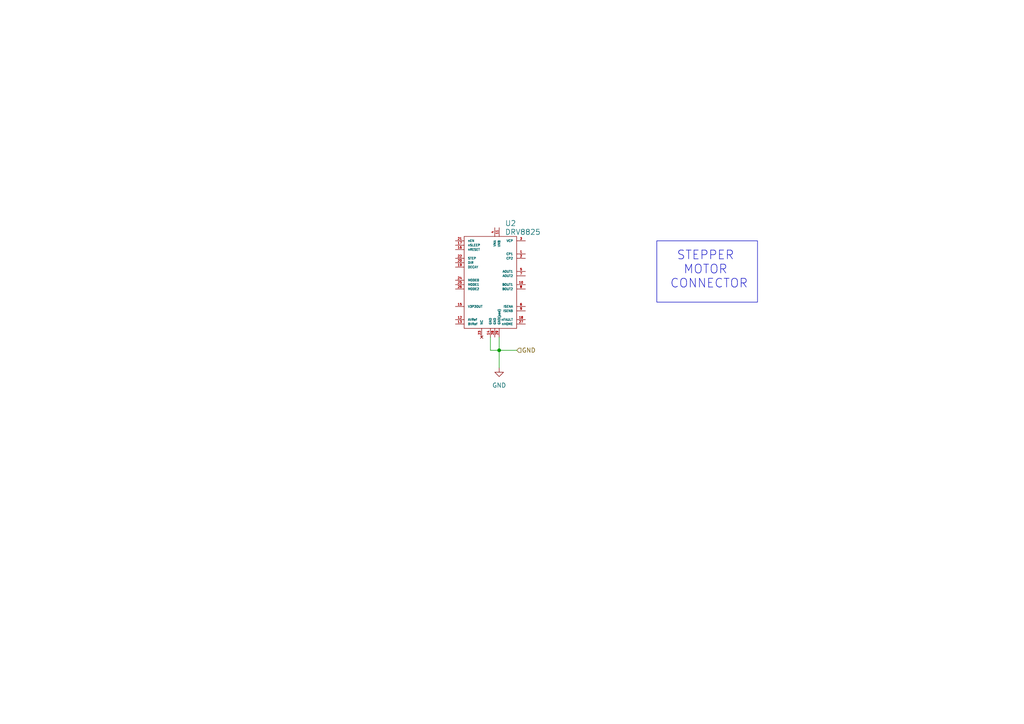
<source format=kicad_sch>
(kicad_sch (version 20230121) (generator eeschema)
  (paper "A4")
  (lib_symbols
    (symbol "DRV8825:DRV8825" (pin_names (offset 1.016))
      (property "Reference" "U" (at -5.08 16.51 0))
      (property "Value" "DRV8825" (at -1.27 -2.54 0))
      (symbol "DRV8825_0_1"
        (rectangle (start -8.89 15.24) (end 6.35 -11.43))
      )
      (symbol "DRV8825_1_1"
        (pin power_out line (at 8.89 10.16 180) (length 2.54) (name "CP1") (number "1"))
        (pin power_out line (at 8.89 1.27 180) (length 2.54) (name "BOUT1") (number "10"))
        (pin power_in line (at 1.27 17.78 270) (length 2.54) (name "VMB") (number "11"))
        (pin input line (at -11.43 -8.89 0) (length 2.54) (name "AVRef") (number "12"))
        (pin input line (at -11.43 -10.16 0) (length 2.54) (name "BVRef") (number "13"))
        (pin power_in line (at -1.27 -13.97 90) (length 2.54) (name "GND") (number "14"))
        (pin power_out line (at -11.43 -5.08 0) (length 2.54) (name "V3P3OUT") (number "15"))
        (pin input line (at -11.43 11.43 0) (length 2.54) (name "nRESET") (number "16"))
        (pin input line (at -11.43 12.7 0) (length 2.54) (name "nSLEEP") (number "17"))
        (pin input line (at 8.89 -8.89 180) (length 2.54) (name "nFAULT") (number "18"))
        (pin input line (at -11.43 6.35 0) (length 2.54) (name "DECAY") (number "19"))
        (pin power_out line (at 8.89 8.89 180) (length 2.54) (name "CP2") (number "2"))
        (pin input line (at -11.43 7.62 0) (length 2.54) (name "DIR") (number "20"))
        (pin input line (at -11.43 13.97 0) (length 2.54) (name "nEN") (number "21"))
        (pin input line (at -11.43 8.89 0) (length 2.54) (name "STEP") (number "22"))
        (pin no_connect line (at -3.81 -13.97 90) (length 2.54) (name "NC") (number "23"))
        (pin input line (at -11.43 2.54 0) (length 2.54) (name "MODE0") (number "24"))
        (pin input line (at -11.43 1.27 0) (length 2.54) (name "MODE1") (number "25"))
        (pin input line (at -11.43 0 0) (length 2.54) (name "MODE2") (number "26"))
        (pin input line (at 8.89 -10.16 180) (length 2.54) (name "nHOME") (number "27"))
        (pin power_in line (at 0 -13.97 90) (length 2.54) (name "GND") (number "28"))
        (pin power_in line (at 1.27 -13.97 90) (length 2.54) (name "GND(pad)") (number "29"))
        (pin power_in line (at 8.89 13.97 180) (length 2.54) (name "VCP") (number "3"))
        (pin power_in line (at 0 17.78 270) (length 2.54) (name "VMA") (number "4"))
        (pin power_out line (at 8.89 5.08 180) (length 2.54) (name "AOUT1") (number "5"))
        (pin input line (at 8.89 -5.08 180) (length 2.54) (name "ISENA") (number "6"))
        (pin power_out line (at 8.89 3.81 180) (length 2.54) (name "AOUT2") (number "7"))
        (pin power_out line (at 8.89 0 180) (length 2.54) (name "BOUT2") (number "8"))
        (pin input line (at 8.89 -6.35 180) (length 2.54) (name "ISENB") (number "9"))
      )
    )
    (symbol "power:GND" (power) (pin_names (offset 0))
      (property "Value" "GND" (at 0 -3.81 0))
      (symbol "GND_0_1"
        (polyline (pts (xy 0 0) (xy 0 -1.27) (xy 1.27 -1.27) (xy 0 -2.54) (xy -1.27 -1.27) (xy 0 -1.27)))
      )
      (symbol "GND_1_1"
        (pin power_in line (at 0 0 270) (length 0) hide (name "GND") (number "1"))
      )
    )
  )
  (junction (at 144.78 101.6))
  (wire (pts (xy 142.24 101.6) (xy 144.78 101.6)))
  (wire (pts (xy 144.78 101.6) (xy 144.78 106.68)))
  (wire (pts (xy 144.78 101.6) (xy 149.86 101.6)))
  (wire (pts (xy 144.78 97.79) (xy 144.78 101.6)))
  (wire (pts (xy 142.24 97.79) (xy 142.24 101.6)))
  (rectangle (start 190.5 69.85) (end 219.71 87.63))
  (text " STEPPER \n  MOTOR \nCONNECTOR" (at 194.31 83.82 0) (effects (font (size 2.54 2.54)) (justify left bottom)))
  (hierarchical_label "GND" (shape input) (at 149.86 101.6 0))
  (symbol (lib_id "power:GND") (at 144.78 106.68 0) (unit 1)
    (property "Reference" "#PWR02" (effects hide))
    (property "Value" "GND" (at 144.78 111.76 0))
    (instances (project "MR_SLDR" (path "" (reference "#PWR02") (unit 1)) (path "" (reference "#PWR03") (unit 1))))
  )
  (symbol (lib_id "DRV8825:DRV8825") (at 143.51 83.82 0) (unit 1)
    (property "Reference" "U2" (at 146.4311 64.77 0) (effects (font (size 1.524 1.524)) (justify left)))
    (property "Value" "DRV8825" (at 146.4311 67.31 0) (effects (font (size 1.524 1.524)) (justify left)))
  )
)
</source>
